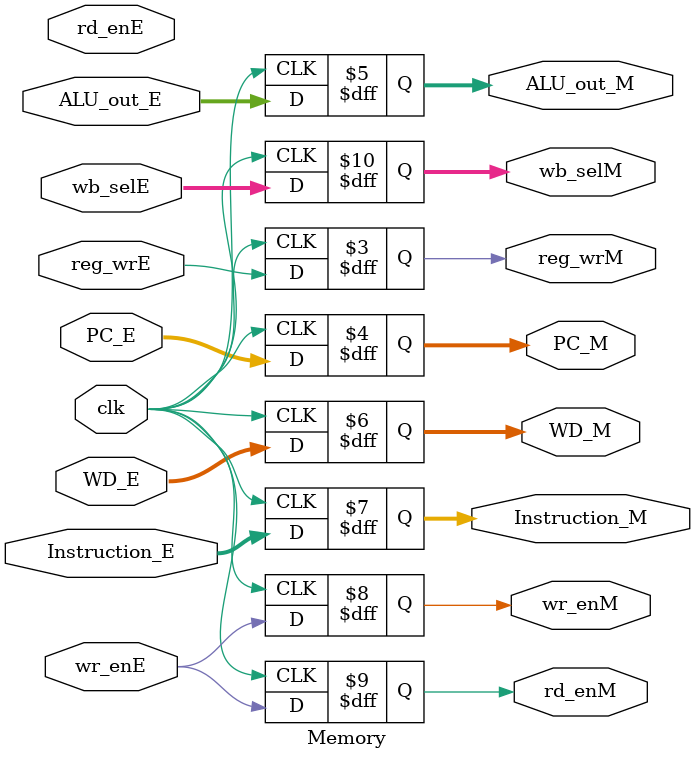
<source format=sv>
module Memory (
    output reg [31:0] PC_M, ALU_out_M, WD_M,
    Instruction_M, output reg reg_wrM, wr_enM,
    rd_enM, output reg [1:0] wb_selM,
    input [31:0] PC_E, ALU_out_E, WD_E,
    Instruction_E, input reg_wrE, wr_enE,
    rd_enE, input [1:0] wb_selE, input clk
);

    always @(posedge clk ) begin
        PC_M <= PC_E;
        ALU_out_M <= ALU_out_E;
        WD_M <= WD_E;
        Instruction_M <= Instruction_E;
        wr_enM <= wr_enE;
        rd_enM <= wr_enE;
        wb_selM <= wb_selE;
    end
    
    always @(negedge clk ) begin
        reg_wrM <= reg_wrE;
    end

endmodule
</source>
